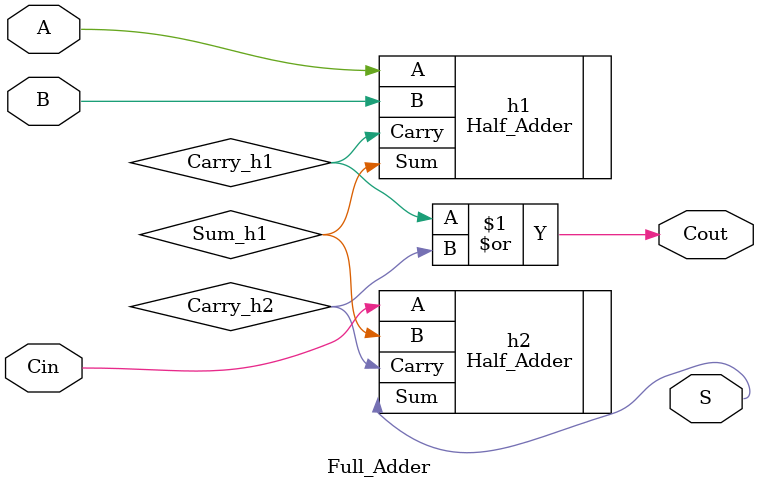
<source format=v>
module Full_Adder (A,B,Cin,S,Cout);

//--------------- Design Inputs ---------------
input wire A;
input wire B;
input wire Cin;

//--------------- Design Outputs ----------------------
output wire Cout;
output wire S;

//--------------- Internal wires ----------------------

wire Sum_h1 , Carry_h1 , Carry_h2;

//--------------- Design Implementation ---------------

	Half_Adder h1(.A(A),.B(B),.Sum(Sum_h1),.Carry(Carry_h1));

  	Half_Adder h2(.A(Cin),.B(Sum_h1),.Sum(S),.Carry(Carry_h2));

  	or o1(Cout,Carry_h1,Carry_h2);

endmodule
</source>
